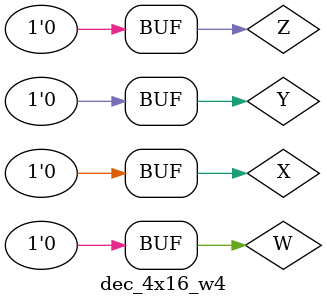
<source format=v>
`timescale 1ns / 1ps


module dec_4x16_w4;

	// Inputs
	reg X;
	reg Y;
	reg Z;
	reg W;

	// Outputs
	wire [15:0] D;

	// Instantiate the Unit Under Test (UUT)
	dec_4x16_w_fault4 uut (
		.D(D), 
		.X(X), 
		.Y(Y), 
		.Z(Z), 
		.W(W)
	);

	initial begin
		// Initialize Inputs
		X = 0;
		Y = 0;
		Z = 0;
		W = 0;

		// Wait 100 ns for global reset to finish
		#100;
        
		// Add stimulus here

	end
      
endmodule


</source>
